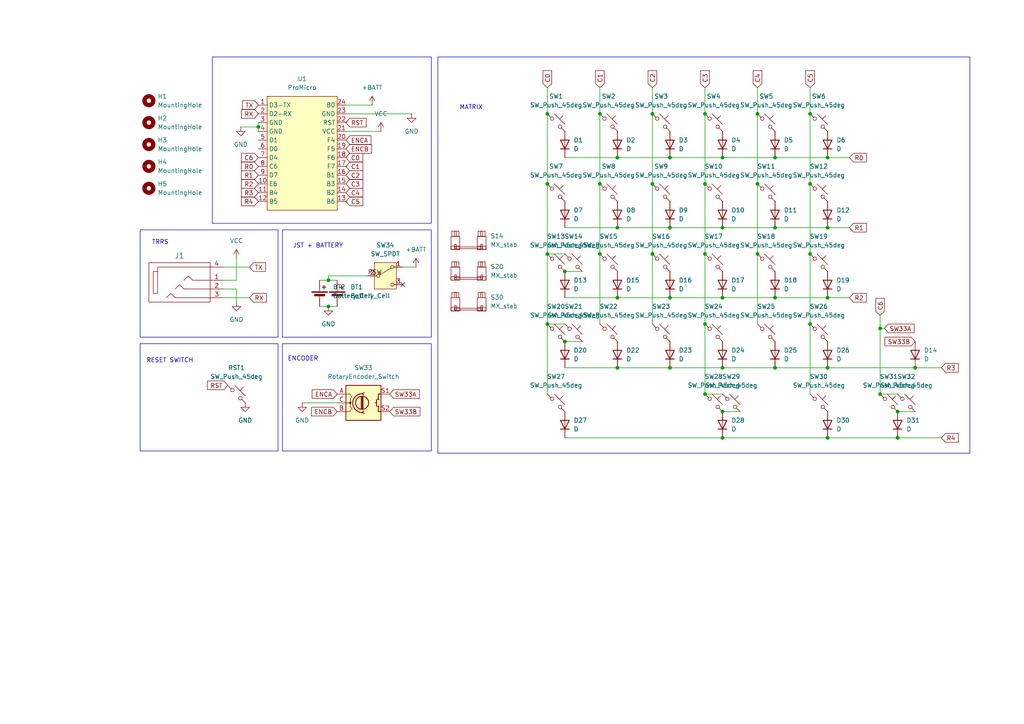
<source format=kicad_sch>
(kicad_sch (version 20231120) (generator "eeschema") (generator_version "8.0")
  (paper "A4")
  (lib_symbols
    (symbol "Device:Battery_Cell" (pin_numbers hide) (pin_names (offset 0) hide)
      (property "Reference" "BT" (at 2.54 2.54 0))
      (property "Value" "Battery_Cell" (at 2.54 0 0))
      (symbol "Battery_Cell_0_1"
        (rectangle (start -2.286 1.778) (end 2.286 1.524) (fill (type outline)))
        (rectangle (start -1.524 1.016) (end 1.524 0.508) (fill (type outline)))
        (polyline (pts (xy 0 0.762) (xy 0 0)))
        (polyline (pts (xy 0 1.778) (xy 0 2.54)))
        (polyline (pts (xy 0.762 3.048) (xy 1.778 3.048)) (stroke (width 0.254)))
        (polyline (pts (xy 1.27 3.556) (xy 1.27 2.54)) (stroke (width 0.254)))
      )
      (symbol "Battery_Cell_1_1"
        (pin passive line (at 0 5.08 270) (length 2.54) (name "+") (number "1"))
        (pin passive line (at 0 -2.54 90) (length 2.54) (name "-") (number "2"))
      )
    )
    (symbol "Device:D" (pin_numbers hide) (pin_names (offset 1.016) hide)
      (property "Reference" "D" (at 0 2.54 0))
      (property "Value" "D" (at 0 -2.54 0))
      (symbol "D_0_1"
        (polyline (pts (xy -1.27 1.27) (xy -1.27 -1.27)) (stroke (width 0.254)))
        (polyline (pts (xy 1.27 0) (xy -1.27 0)))
        (polyline (pts (xy 1.27 1.27) (xy 1.27 -1.27) (xy -1.27 0) (xy 1.27 1.27)) (stroke (width 0.254)))
      )
      (symbol "D_1_1"
        (pin passive line (at -3.81 0 0) (length 2.54) (name "K") (number "1"))
        (pin passive line (at 3.81 0 180) (length 2.54) (name "A") (number "2"))
      )
    )
    (symbol "Device:RotaryEncoder_Switch" (pin_names (offset 0.254) hide)
      (property "Reference" "SW" (at 0 6.604 0))
      (property "Value" "RotaryEncoder_Switch" (at 0 -6.604 0))
      (symbol "RotaryEncoder_Switch_0_1"
        (rectangle (start -5.08 5.08) (end 5.08 -5.08) (stroke (width 0.254)) (fill (type background)))
        (circle (center -3.81 0) (radius 0.254) (fill (type outline)))
        (circle (center -0.381 0) (radius 1.905) (stroke (width 0.254)))
        (arc (start -0.381 2.667) (mid -3.0988 -0.0635) (end -0.381 -2.794) (stroke (width 0.254)))
        (polyline (pts (xy -0.635 -1.778) (xy -0.635 1.778)) (stroke (width 0.254)))
        (polyline (pts (xy -0.381 -1.778) (xy -0.381 1.778)) (stroke (width 0.254)))
        (polyline (pts (xy -0.127 1.778) (xy -0.127 -1.778)) (stroke (width 0.254)))
        (polyline (pts (xy 3.81 0) (xy 3.429 0)) (stroke (width 0.254)))
        (polyline (pts (xy 3.81 1.016) (xy 3.81 -1.016)) (stroke (width 0.254)))
        (polyline (pts (xy -5.08 -2.54) (xy -3.81 -2.54) (xy -3.81 -2.032)))
        (polyline (pts (xy -5.08 2.54) (xy -3.81 2.54) (xy -3.81 2.032)))
        (polyline (pts (xy 0.254 -3.048) (xy -0.508 -2.794) (xy 0.127 -2.413)) (stroke (width 0.254)))
        (polyline (pts (xy 0.254 2.921) (xy -0.508 2.667) (xy 0.127 2.286)) (stroke (width 0.254)))
        (polyline (pts (xy 5.08 -2.54) (xy 4.318 -2.54) (xy 4.318 -1.016)) (stroke (width 0.254)))
        (polyline (pts (xy 5.08 2.54) (xy 4.318 2.54) (xy 4.318 1.016)) (stroke (width 0.254)))
        (polyline (pts (xy -5.08 0) (xy -3.81 0) (xy -3.81 -1.016) (xy -3.302 -2.032)))
        (polyline (pts (xy -4.318 0) (xy -3.81 0) (xy -3.81 1.016) (xy -3.302 2.032)))
        (circle (center 4.318 -1.016) (radius 0.127) (stroke (width 0.254)))
        (circle (center 4.318 1.016) (radius 0.127) (stroke (width 0.254)))
      )
      (symbol "RotaryEncoder_Switch_1_1"
        (pin passive line (at -7.62 2.54 0) (length 2.54) (name "A") (number "A"))
        (pin passive line (at -7.62 -2.54 0) (length 2.54) (name "B") (number "B"))
        (pin passive line (at -7.62 0 0) (length 2.54) (name "C") (number "C"))
        (pin passive line (at 7.62 2.54 180) (length 2.54) (name "S1") (number "S1"))
        (pin passive line (at 7.62 -2.54 180) (length 2.54) (name "S2") (number "S2"))
      )
    )
    (symbol "GHN:Arduino_ProMicro" (in_bom no)
      (property "Reference" "U1" (at 0 21.59 0))
      (property "Value" "ProMicro" (at 0 19.05 0))
      (symbol "Arduino_ProMicro_0_0"
        (pin bidirectional line (at -12.7 13.97 0) (length 2.54) (name "D3-TX") (number "1"))
        (pin bidirectional line (at -12.7 -8.89 0) (length 2.54) (name "E6") (number "10"))
        (pin bidirectional line (at -12.7 -11.43 0) (length 2.54) (name "B4") (number "11"))
        (pin bidirectional line (at -12.7 -13.97 0) (length 2.54) (name "B5") (number "12"))
        (pin bidirectional line (at -12.7 11.43 0) (length 2.54) (name "D2-RX") (number "2"))
        (pin power_out line (at -12.7 8.89 0) (length 2.54) (name "GND") (number "3"))
        (pin power_out line (at -12.7 6.35 0) (length 2.54) (name "GND") (number "4"))
        (pin bidirectional line (at -12.7 3.81 0) (length 2.54) (name "D1") (number "5"))
        (pin bidirectional line (at -12.7 1.27 0) (length 2.54) (name "D0") (number "6"))
        (pin bidirectional line (at -12.7 -1.27 0) (length 2.54) (name "D4") (number "7"))
        (pin bidirectional line (at -12.7 -3.81 0) (length 2.54) (name "C6") (number "8"))
        (pin bidirectional line (at -12.7 -6.35 0) (length 2.54) (name "D7") (number "9"))
      )
      (symbol "Arduino_ProMicro_1_0"
        (pin bidirectional line (at 12.7 -13.97 180) (length 2.54) (name "B6") (number "13"))
        (pin bidirectional line (at 12.7 -11.43 180) (length 2.54) (name "B2") (number "14"))
        (pin bidirectional line (at 12.7 -8.89 180) (length 2.54) (name "B3") (number "15"))
        (pin bidirectional line (at 12.7 -6.35 180) (length 2.54) (name "B1") (number "16"))
        (pin bidirectional line (at 12.7 -3.81 180) (length 2.54) (name "F7") (number "17"))
        (pin bidirectional line (at 12.7 -1.27 180) (length 2.54) (name "F6") (number "18"))
        (pin bidirectional line (at 12.7 1.27 180) (length 2.54) (name "F5") (number "19"))
        (pin bidirectional line (at 12.7 3.81 180) (length 2.54) (name "F4") (number "20"))
        (pin power_out line (at 12.7 6.35 180) (length 2.54) (name "VCC") (number "21"))
        (pin bidirectional line (at 12.7 8.89 180) (length 2.54) (name "RST") (number "22"))
        (pin power_out line (at 12.7 11.43 180) (length 2.54) (name "GND") (number "23"))
        (pin bidirectional line (at 12.7 13.97 180) (length 2.54) (name "B0") (number "24"))
      )
      (symbol "Arduino_ProMicro_1_1"
        (rectangle (start -10.16 16.51) (end 10.16 -16.51) (fill (type background)))
      )
    )
    (symbol "KLORlib:MJ-4PP-9 TRRS" (pin_names (offset 1.016))
      (property "Reference" "J1" (at -1.27 7.112 0))
      (symbol "MJ-4PP-9 TRRS_0_1"
        (rectangle (start -7.62 2.54) (end -8.89 -3.81))
        (polyline (pts (xy 2.54 0) (xy 7.62 0)))
        (polyline (pts (xy -2.54 -5.08) (xy 7.62 -5.08) (xy 7.62 -5.08)))
        (polyline (pts (xy 0 -2.54) (xy -1.27 -1.27) (xy -2.54 -2.54)))
        (polyline (pts (xy 0 0) (xy 1.27 1.27) (xy 2.54 0)))
        (polyline (pts (xy 7.62 3.81) (xy -7.62 3.81) (xy -7.62 2.54)))
        (polyline (pts (xy -2.54 -5.08) (xy -3.81 -3.81) (xy -5.08 -5.08) (xy -5.08 -5.08)))
        (polyline (pts (xy 0 -2.54) (xy 7.62 -2.54) (xy 7.62 -2.54) (xy 7.62 -2.54)))
        (rectangle (start 7.62 -6.35) (end -10.16 5.08))
      )
      (symbol "MJ-4PP-9 TRRS_1_1"
        (pin passive line (at 11.43 0 180) (length 3.81) (name "~") (number "1"))
        (pin passive line (at 11.43 -2.54 180) (length 3.81) (name "~") (number "2"))
        (pin passive line (at 11.43 -5.08 180) (length 3.81) (name "~") (number "3"))
        (pin passive line (at 11.43 3.81 180) (length 3.81) (name "~") (number "4"))
      )
    )
    (symbol "Mechanical:MountingHole" (pin_names (offset 1.016)) (exclude_from_sim yes) (in_bom no)
      (property "Reference" "H" (at 0 5.08 0))
      (property "Value" "MountingHole" (at 0 3.175 0))
      (symbol "MountingHole_0_1"
        (circle (center 0 0) (radius 1.27) (stroke (width 1.27)))
      )
    )
    (symbol "PCM_marbastlib-mx:MX_stab" (pin_names (offset 1.016))
      (property "Reference" "S" (at -5.08 6.35 0))
      (property "Value" "MX_stab" (at -5.08 3.81 0))
      (symbol "MX_stab_0_1"
        (rectangle (start -5.08 -1.524) (end -2.54 -2.54))
        (rectangle (start -5.08 1.27) (end -2.54 -2.54))
        (rectangle (start -4.826 2.794) (end -2.794 1.27))
        (rectangle (start -4.064 -2.286) (end -3.556 -1.016))
        (rectangle (start -4.064 -1.778) (end 4.064 -2.286))
        (rectangle (start -4.064 1.27) (end -3.556 2.794))
        (rectangle (start 2.54 -1.524) (end 5.08 -2.54))
        (rectangle (start 2.54 1.27) (end 5.08 -2.54))
        (rectangle (start 2.794 2.794) (end 4.826 1.27))
        (rectangle (start 3.556 1.27) (end 4.064 2.794))
        (rectangle (start 4.064 -2.286) (end 3.556 -1.016))
      )
    )
    (symbol "Switch:SW_Push_45deg" (pin_numbers hide) (pin_names (offset 1.016) hide)
      (property "Reference" "SW" (at 3.048 1.016 0))
      (property "Value" "SW_Push_45deg" (at 0 -3.81 0))
      (symbol "SW_Push_45deg_0_1"
        (circle (center -1.1684 1.1684) (radius 0.508))
        (polyline (pts (xy -0.508 2.54) (xy 2.54 -0.508)))
        (polyline (pts (xy 1.016 1.016) (xy 2.032 2.032)))
        (polyline (pts (xy -2.54 2.54) (xy -1.524 1.524) (xy -1.524 1.524)))
        (polyline (pts (xy 1.524 -1.524) (xy 2.54 -2.54) (xy 2.54 -2.54) (xy 2.54 -2.54)))
        (circle (center 1.143 -1.1938) (radius 0.508))
        (pin passive line (at -2.54 2.54 0) (length 0) (name "1") (number "1"))
        (pin passive line (at 2.54 -2.54 180) (length 0) (name "2") (number "2"))
      )
    )
    (symbol "Switch:SW_SPDT" (pin_names (offset 0) hide)
      (property "Reference" "SW" (at 0 5.08 0))
      (property "Value" "SW_SPDT" (at 0 -5.08 0))
      (symbol "SW_SPDT_0_1"
        (circle (center -2.032 0) (radius 0.4572))
        (polyline (pts (xy -1.651 0.254) (xy 1.651 2.286)))
        (circle (center 2.032 -2.54) (radius 0.4572))
        (circle (center 2.032 2.54) (radius 0.4572))
      )
      (symbol "SW_SPDT_1_1"
        (rectangle (start -3.175 3.81) (end 3.175 -3.81) (fill (type background)))
        (pin passive line (at 5.08 2.54 180) (length 2.54) (name "A") (number "1"))
        (pin passive line (at -5.08 0 0) (length 2.54) (name "B") (number "2"))
        (pin passive line (at 5.08 -2.54 180) (length 2.54) (name "C") (number "3"))
      )
    )
    (symbol "power:+BATT" (power) (pin_numbers hide) (pin_names (offset 0) hide)
      (property "Value" "+BATT" (at 0 3.556 0))
      (symbol "+BATT_0_1"
        (polyline (pts (xy -0.762 1.27) (xy 0 2.54)))
        (polyline (pts (xy 0 0) (xy 0 2.54)))
        (polyline (pts (xy 0 2.54) (xy 0.762 1.27)))
      )
      (symbol "+BATT_1_1"
        (pin power_in line (at 0 0 90) (length 0) (name "~") (number "1"))
      )
    )
    (symbol "power:GND" (power) (pin_numbers hide) (pin_names (offset 0) hide)
      (property "Value" "GND" (at 0 -3.81 0))
      (symbol "GND_0_1"
        (polyline (pts (xy 0 0) (xy 0 -1.27) (xy 1.27 -1.27) (xy 0 -2.54) (xy -1.27 -1.27) (xy 0 -1.27)))
      )
      (symbol "GND_1_1"
        (pin power_in line (at 0 0 270) (length 0) (name "~") (number "1"))
      )
    )
    (symbol "power:VCC" (power) (pin_numbers hide) (pin_names (offset 0) hide)
      (property "Value" "VCC" (at 0 3.556 0))
      (symbol "VCC_0_1"
        (polyline (pts (xy -0.762 1.27) (xy 0 2.54)))
        (polyline (pts (xy 0 0) (xy 0 2.54)))
        (polyline (pts (xy 0 2.54) (xy 0.762 1.27)))
      )
      (symbol "VCC_1_1"
        (pin power_in line (at 0 0 90) (length 0) (name "~") (number "1"))
      )
    )
  )
  (junction (at 204.47 73.66))
  (junction (at 224.79 66.04))
  (junction (at 209.55 45.72))
  (junction (at 219.71 53.34))
  (junction (at 240.03 127))
  (junction (at 260.35 127))
  (junction (at 194.31 106.68))
  (junction (at 240.03 86.36))
  (junction (at 173.99 53.34))
  (junction (at 194.31 66.04))
  (junction (at 95.25 88.9))
  (junction (at 240.03 66.04))
  (junction (at 234.95 53.34))
  (junction (at 204.47 93.98))
  (junction (at 209.55 106.68))
  (junction (at 179.07 106.68))
  (junction (at 224.79 86.36))
  (junction (at 179.07 86.36))
  (junction (at 224.79 106.68))
  (junction (at 240.03 45.72))
  (junction (at 189.23 73.66))
  (junction (at 219.71 33.02))
  (junction (at 158.75 73.66))
  (junction (at 219.71 73.66))
  (junction (at 163.83 78.74))
  (junction (at 255.27 95.25))
  (junction (at 209.55 127))
  (junction (at 209.55 66.04))
  (junction (at 204.47 53.34))
  (junction (at 240.03 106.68))
  (junction (at 204.47 33.02))
  (junction (at 224.79 45.72))
  (junction (at 173.99 33.02))
  (junction (at 158.75 53.34))
  (junction (at 173.99 73.66))
  (junction (at 265.43 106.68))
  (junction (at 189.23 33.02))
  (junction (at 74.93 36.83))
  (junction (at 209.55 86.36))
  (junction (at 163.83 99.06))
  (junction (at 204.47 114.3))
  (junction (at 179.07 45.72))
  (junction (at 234.95 93.98))
  (junction (at 209.55 119.38))
  (junction (at 189.23 53.34))
  (junction (at 194.31 45.72))
  (junction (at 179.07 66.04))
  (junction (at 234.95 73.66))
  (junction (at 158.75 33.02))
  (junction (at 234.95 33.02))
  (junction (at 260.35 119.38))
  (junction (at 95.25 81.28))
  (junction (at 194.31 86.36))
  (junction (at 158.75 93.98))
  (junction (at 255.27 114.3))
  (no_connect (at 116.84 82.55))
  (wire (pts (xy 224.79 86.36) (xy 240.03 86.36)))
  (wire (pts (xy 95.25 88.9) (xy 97.79 88.9)))
  (wire (pts (xy 219.71 73.66) (xy 219.71 93.98)))
  (wire (pts (xy 240.03 127) (xy 260.35 127)))
  (wire (pts (xy 224.79 45.72) (xy 240.03 45.72)))
  (wire (pts (xy 209.55 127) (xy 240.03 127)))
  (wire (pts (xy 194.31 86.36) (xy 209.55 86.36)))
  (wire (pts (xy 158.75 93.98) (xy 163.83 93.98)))
  (wire (pts (xy 255.27 91.44) (xy 255.27 95.25)))
  (wire (pts (xy 72.39 86.36) (xy 64.77 86.36)))
  (wire (pts (xy 158.75 33.02) (xy 158.75 53.34)))
  (wire (pts (xy 219.71 33.02) (xy 219.71 53.34)))
  (wire (pts (xy 163.83 106.68) (xy 179.07 106.68)))
  (wire (pts (xy 224.79 106.68) (xy 240.03 106.68)))
  (wire (pts (xy 209.55 86.36) (xy 224.79 86.36)))
  (wire (pts (xy 158.75 73.66) (xy 158.75 93.98)))
  (wire (pts (xy 240.03 45.72) (xy 246.38 45.72)))
  (wire (pts (xy 234.95 25.4) (xy 234.95 33.02)))
  (wire (pts (xy 240.03 86.36) (xy 246.38 86.36)))
  (wire (pts (xy 179.07 45.72) (xy 194.31 45.72)))
  (wire (pts (xy 158.75 93.98) (xy 158.75 114.3)))
  (wire (pts (xy 119.38 33.02) (xy 100.33 33.02)))
  (wire (pts (xy 64.77 83.82) (xy 68.58 83.82)))
  (wire (pts (xy 204.47 93.98) (xy 204.47 114.3)))
  (wire (pts (xy 158.75 73.66) (xy 163.83 73.66)))
  (wire (pts (xy 219.71 25.4) (xy 219.71 33.02)))
  (wire (pts (xy 64.77 81.28) (xy 68.58 81.28)))
  (wire (pts (xy 173.99 73.66) (xy 173.99 93.98)))
  (wire (pts (xy 92.71 81.28) (xy 95.25 81.28)))
  (wire (pts (xy 189.23 53.34) (xy 189.23 73.66)))
  (wire (pts (xy 179.07 106.68) (xy 194.31 106.68)))
  (wire (pts (xy 95.25 81.28) (xy 97.79 81.28)))
  (wire (pts (xy 260.35 119.38) (xy 265.43 119.38)))
  (wire (pts (xy 219.71 53.34) (xy 219.71 73.66)))
  (wire (pts (xy 204.47 73.66) (xy 204.47 93.98)))
  (wire (pts (xy 234.95 53.34) (xy 234.95 73.66)))
  (wire (pts (xy 260.35 127) (xy 273.05 127)))
  (wire (pts (xy 209.55 45.72) (xy 224.79 45.72)))
  (wire (pts (xy 224.79 66.04) (xy 240.03 66.04)))
  (wire (pts (xy 234.95 33.02) (xy 234.95 53.34)))
  (wire (pts (xy 194.31 66.04) (xy 209.55 66.04)))
  (wire (pts (xy 240.03 106.68) (xy 265.43 106.68)))
  (wire (pts (xy 209.55 119.38) (xy 214.63 119.38)))
  (wire (pts (xy 209.55 106.68) (xy 224.79 106.68)))
  (wire (pts (xy 158.75 53.34) (xy 158.75 73.66)))
  (wire (pts (xy 120.65 77.47) (xy 116.84 77.47)))
  (wire (pts (xy 163.83 45.72) (xy 179.07 45.72)))
  (wire (pts (xy 204.47 33.02) (xy 204.47 53.34)))
  (wire (pts (xy 163.83 78.74) (xy 168.91 78.74)))
  (wire (pts (xy 163.83 99.06) (xy 168.91 99.06)))
  (wire (pts (xy 256.54 95.25) (xy 255.27 95.25)))
  (wire (pts (xy 163.83 66.04) (xy 179.07 66.04)))
  (wire (pts (xy 72.39 77.47) (xy 64.77 77.47)))
  (wire (pts (xy 255.27 114.3) (xy 260.35 114.3)))
  (wire (pts (xy 107.95 30.48) (xy 100.33 30.48)))
  (wire (pts (xy 204.47 53.34) (xy 204.47 73.66)))
  (wire (pts (xy 240.03 66.04) (xy 246.38 66.04)))
  (wire (pts (xy 173.99 33.02) (xy 173.99 53.34)))
  (wire (pts (xy 68.58 81.28) (xy 68.58 74.93)))
  (wire (pts (xy 194.31 106.68) (xy 209.55 106.68)))
  (wire (pts (xy 189.23 25.4) (xy 189.23 33.02)))
  (wire (pts (xy 204.47 25.4) (xy 204.47 33.02)))
  (wire (pts (xy 68.58 83.82) (xy 68.58 87.63)))
  (wire (pts (xy 234.95 73.66) (xy 234.95 93.98)))
  (wire (pts (xy 163.83 86.36) (xy 179.07 86.36)))
  (wire (pts (xy 173.99 53.34) (xy 173.99 73.66)))
  (wire (pts (xy 194.31 45.72) (xy 209.55 45.72)))
  (wire (pts (xy 189.23 73.66) (xy 189.23 93.98)))
  (wire (pts (xy 74.93 36.83) (xy 74.93 38.1)))
  (wire (pts (xy 179.07 86.36) (xy 194.31 86.36)))
  (wire (pts (xy 74.93 35.56) (xy 74.93 36.83)))
  (wire (pts (xy 95.25 80.01) (xy 106.68 80.01)))
  (wire (pts (xy 110.49 38.1) (xy 100.33 38.1)))
  (wire (pts (xy 265.43 106.68) (xy 273.05 106.68)))
  (wire (pts (xy 234.95 93.98) (xy 234.95 114.3)))
  (wire (pts (xy 163.83 127) (xy 209.55 127)))
  (wire (pts (xy 87.63 116.84) (xy 97.79 116.84)))
  (wire (pts (xy 158.75 25.4) (xy 158.75 33.02)))
  (wire (pts (xy 173.99 25.4) (xy 173.99 33.02)))
  (wire (pts (xy 189.23 33.02) (xy 189.23 53.34)))
  (wire (pts (xy 209.55 66.04) (xy 224.79 66.04)))
  (wire (pts (xy 255.27 95.25) (xy 255.27 114.3)))
  (wire (pts (xy 69.85 36.83) (xy 74.93 36.83)))
  (wire (pts (xy 95.25 81.28) (xy 95.25 80.01)))
  (wire (pts (xy 204.47 114.3) (xy 209.55 114.3)))
  (wire (pts (xy 179.07 66.04) (xy 194.31 66.04)))
  (wire (pts (xy 92.71 88.9) (xy 95.25 88.9)))
  (rectangle (start 81.915 99.695) (end 125.095 130.81))
  (rectangle (start 81.915 66.675) (end 125.095 97.79))
  (rectangle (start 127 16.51) (end 281.305 131.445))
  (rectangle (start 61.595 16.51) (end 125.095 64.77))
  (rectangle (start 40.64 66.675) (end 80.645 97.79))
  (rectangle (start 40.64 99.695) (end 80.645 130.81))
  (text "TRRS" (at 46.482 70.358 0) (effects (font (size 1.27 1.27))))
  (text "RESET SWITCH\n" (at 49.276 104.648 0) (effects (font (size 1.27 1.27))))
  (text "JST + BATTERY\n" (at 92.202 71.374 0) (effects (font (size 1.27 1.27))))
  (text "MATRIX\n" (at 136.652 31.242 0) (effects (font (size 1.27 1.27))))
  (text "ENCODER\n" (at 87.884 104.14 0) (effects (font (size 1.27 1.27))))
  (label "PSW" (at 106.68 80.01 0))
  (global_label "R4" (shape input) (at 74.93 58.42 180) (property "Intersheetrefs" "${INTERSHEET_REFS}" (effects (hide yes))))
  (global_label "C0" (shape input) (at 158.75 25.4 90) (property "Intersheetrefs" "${INTERSHEET_REFS}" (effects (hide yes))))
  (global_label "C6" (shape input) (at 255.27 91.44 90) (property "Intersheetrefs" "${INTERSHEET_REFS}" (effects (hide yes))))
  (global_label "C3" (shape input) (at 100.33 53.34 0) (property "Intersheetrefs" "${INTERSHEET_REFS}" (effects (hide yes))))
  (global_label "SW33A" (shape input) (at 113.03 114.3 0) (property "Intersheetrefs" "${INTERSHEET_REFS}" (effects (hide yes))))
  (global_label "R2" (shape input) (at 74.93 53.34 180) (property "Intersheetrefs" "${INTERSHEET_REFS}" (effects (hide yes))))
  (global_label "C4" (shape input) (at 219.71 25.4 90) (property "Intersheetrefs" "${INTERSHEET_REFS}" (effects (hide yes))))
  (global_label "SW33A" (shape input) (at 256.54 95.25 0) (property "Intersheetrefs" "${INTERSHEET_REFS}" (effects (hide yes))))
  (global_label "C6" (shape input) (at 74.93 45.72 180) (property "Intersheetrefs" "${INTERSHEET_REFS}" (effects (hide yes))))
  (global_label "ENCA" (shape input) (at 97.79 114.3 180) (property "Intersheetrefs" "${INTERSHEET_REFS}" (effects (hide yes))))
  (global_label "RST" (shape input) (at 100.33 35.56 0) (property "Intersheetrefs" "${INTERSHEET_REFS}" (effects (hide yes))))
  (global_label "R4" (shape input) (at 273.05 127 0) (property "Intersheetrefs" "${INTERSHEET_REFS}" (effects (hide yes))))
  (global_label "RST" (shape input) (at 66.04 111.76 180) (property "Intersheetrefs" "${INTERSHEET_REFS}" (effects (hide yes))))
  (global_label "TX" (shape input) (at 72.39 77.47 0) (property "Intersheetrefs" "${INTERSHEET_REFS}" (effects (hide yes))))
  (global_label "SW33B" (shape input) (at 113.03 119.38 0) (property "Intersheetrefs" "${INTERSHEET_REFS}" (effects (hide yes))))
  (global_label "C4" (shape input) (at 100.33 55.88 0) (property "Intersheetrefs" "${INTERSHEET_REFS}" (effects (hide yes))))
  (global_label "C3" (shape input) (at 204.47 25.4 90) (property "Intersheetrefs" "${INTERSHEET_REFS}" (effects (hide yes))))
  (global_label "R0" (shape input) (at 74.93 48.26 180) (property "Intersheetrefs" "${INTERSHEET_REFS}" (effects (hide yes))))
  (global_label "C1" (shape input) (at 173.99 25.4 90) (property "Intersheetrefs" "${INTERSHEET_REFS}" (effects (hide yes))))
  (global_label "C5" (shape input) (at 234.95 25.4 90) (property "Intersheetrefs" "${INTERSHEET_REFS}" (effects (hide yes))))
  (global_label "C5" (shape input) (at 100.33 58.42 0) (property "Intersheetrefs" "${INTERSHEET_REFS}" (effects (hide yes))))
  (global_label "R1" (shape input) (at 74.93 50.8 180) (property "Intersheetrefs" "${INTERSHEET_REFS}" (effects (hide yes))))
  (global_label "ENCA" (shape input) (at 100.33 40.64 0) (property "Intersheetrefs" "${INTERSHEET_REFS}" (effects (hide yes))))
  (global_label "SW33B" (shape input) (at 265.43 99.06 180) (property "Intersheetrefs" "${INTERSHEET_REFS}" (effects (hide yes))))
  (global_label "R1" (shape input) (at 246.38 66.04 0) (property "Intersheetrefs" "${INTERSHEET_REFS}" (effects (hide yes))))
  (global_label "C2" (shape input) (at 189.23 25.4 90) (property "Intersheetrefs" "${INTERSHEET_REFS}" (effects (hide yes))))
  (global_label "C2" (shape input) (at 100.33 50.8 0) (property "Intersheetrefs" "${INTERSHEET_REFS}" (effects (hide yes))))
  (global_label "C1" (shape input) (at 100.33 48.26 0) (property "Intersheetrefs" "${INTERSHEET_REFS}" (effects (hide yes))))
  (global_label "C0" (shape input) (at 100.33 45.72 0) (property "Intersheetrefs" "${INTERSHEET_REFS}" (effects (hide yes))))
  (global_label "ENCB" (shape input) (at 97.79 119.38 180) (property "Intersheetrefs" "${INTERSHEET_REFS}" (effects (hide yes))))
  (global_label "R2" (shape input) (at 246.38 86.36 0) (property "Intersheetrefs" "${INTERSHEET_REFS}" (effects (hide yes))))
  (global_label "RX" (shape input) (at 72.39 86.36 0) (property "Intersheetrefs" "${INTERSHEET_REFS}" (effects (hide yes))))
  (global_label "R0" (shape input) (at 246.38 45.72 0) (property "Intersheetrefs" "${INTERSHEET_REFS}" (effects (hide yes))))
  (global_label "RX" (shape input) (at 74.93 33.02 180) (property "Intersheetrefs" "${INTERSHEET_REFS}" (effects (hide yes))))
  (global_label "R3" (shape input) (at 74.93 55.88 180) (property "Intersheetrefs" "${INTERSHEET_REFS}" (effects (hide yes))))
  (global_label "TX" (shape input) (at 74.93 30.48 180) (property "Intersheetrefs" "${INTERSHEET_REFS}" (effects (hide yes))))
  (global_label "ENCB" (shape input) (at 100.33 43.18 0) (property "Intersheetrefs" "${INTERSHEET_REFS}" (effects (hide yes))))
  (global_label "R3" (shape input) (at 273.05 106.68 0) (property "Intersheetrefs" "${INTERSHEET_REFS}" (effects (hide yes))))
  (symbol (lib_id "Switch:SW_Push_45deg") (at 176.53 35.56 0) (unit 1)
    (property "Reference" "SW2" (at 176.53 27.94 0))
    (property "Value" "SW_Push_45deg" (at 176.53 30.48 0))
    (property "Footprint" "GHN:MX Rev 1U" (effects (hide yes)))
    (property "Description" "Push button switch, normally open, two pins, 45° tilted" (effects (hide yes)))
  )
  (symbol (lib_id "Switch:SW_Push_45deg") (at 212.09 116.84 0) (unit 1)
    (property "Reference" "SW29" (at 212.09 109.22 0))
    (property "Value" "SW_Push_45deg" (at 212.09 111.76 0))
    (property "Footprint" "GHN:MX 1U" (effects (hide yes)))
    (property "Description" "Push button switch, normally open, two pins, 45° tilted" (effects (hide yes)))
  )
  (symbol (lib_id "Switch:SW_Push_45deg") (at 161.29 116.84 0) (unit 1)
    (property "Reference" "SW27" (at 161.29 109.22 0))
    (property "Value" "SW_Push_45deg" (at 161.29 111.76 0))
    (property "Footprint" "GHN:MX Rev 1.5U" (effects (hide yes)))
    (property "Description" "Push button switch, normally open, two pins, 45° tilted" (effects (hide yes)))
  )
  (symbol (lib_id "Device:D") (at 179.07 62.23 90) (unit 1)
    (property "Reference" "D8" (at 181.61 60.9599 90) (effects (justify right)))
    (property "Value" "D" (at 181.61 63.4999 90) (effects (justify right)))
    (property "Footprint" "GHN:Diode_SOD123" (effects (hide yes)))
    (property "Description" "Diode" (effects (hide yes)))
    (property "Sim.Device" "D" (effects (hide yes)))
    (property "Sim.Pins" "1=K 2=A" (effects (hide yes)))
  )
  (symbol (lib_id "Switch:SW_Push_45deg") (at 207.01 76.2 0) (unit 1)
    (property "Reference" "SW17" (at 207.01 68.58 0))
    (property "Value" "SW_Push_45deg" (at 207.01 71.12 0))
    (property "Footprint" "GHN:MX Rev 1U" (effects (hide yes)))
    (property "Description" "Push button switch, normally open, two pins, 45° tilted" (effects (hide yes)))
  )
  (symbol (lib_id "Device:D") (at 240.03 82.55 90) (unit 1)
    (property "Reference" "D19" (at 242.57 81.2799 90) (effects (justify right)))
    (property "Value" "D" (at 242.57 83.8199 90) (effects (justify right)))
    (property "Footprint" "GHN:Diode_SOD123" (effects (hide yes)))
    (property "Description" "Diode" (effects (hide yes)))
    (property "Sim.Device" "D" (effects (hide yes)))
    (property "Sim.Pins" "1=K 2=A" (effects (hide yes)))
  )
  (symbol (lib_id "Mechanical:MountingHole") (at 43.18 29.21 0) (unit 1) (exclude_from_sim yes) (in_bom no)
    (property "Reference" "H1" (at 45.72 27.9399 0) (effects (justify left)))
    (property "Value" "MountingHole" (at 45.72 30.4799 0) (effects (justify left)))
    (property "Footprint" "MountingHole:MountingHole_3.2mm_M3" (effects (hide yes)))
    (property "Description" "Mounting Hole without connection" (effects (hide yes)))
  )
  (symbol (lib_id "Device:D") (at 209.55 41.91 90) (unit 1)
    (property "Reference" "D4" (at 212.09 40.6399 90) (effects (justify right)))
    (property "Value" "D" (at 212.09 43.1799 90) (effects (justify right)))
    (property "Footprint" "GHN:Diode_SOD123" (effects (hide yes)))
    (property "Description" "Diode" (effects (hide yes)))
    (property "Sim.Device" "D" (effects (hide yes)))
    (property "Sim.Pins" "1=K 2=A" (effects (hide yes)))
  )
  (symbol (lib_id "Switch:SW_Push_45deg") (at 237.49 96.52 0) (unit 1)
    (property "Reference" "SW26" (at 237.49 88.9 0))
    (property "Value" "SW_Push_45deg" (at 237.49 91.44 0))
    (property "Footprint" "GHN:MX Rev 1U" (effects (hide yes)))
    (property "Description" "Push button switch, normally open, two pins, 45° tilted" (effects (hide yes)))
  )
  (symbol (lib_id "Mechanical:MountingHole") (at 43.18 54.61 0) (unit 1) (exclude_from_sim yes) (in_bom no)
    (property "Reference" "H5" (at 45.72 53.3399 0) (effects (justify left)))
    (property "Value" "MountingHole" (at 45.72 55.8799 0) (effects (justify left)))
    (property "Footprint" "MountingHole:MountingHole_3.2mm_M3" (effects (hide yes)))
    (property "Description" "Mounting Hole without connection" (effects (hide yes)))
  )
  (symbol (lib_id "Device:RotaryEncoder_Switch") (at 105.41 116.84 0) (unit 1)
    (property "Reference" "SW33" (at 105.41 106.68 0))
    (property "Value" "RotaryEncoder_Switch" (at 105.41 109.22 0))
    (property "Footprint" "GHN:RotaryEncoder_Alps_EC11E-Switch_Vertical_H20mm-keebio_modified" (effects (hide yes)))
    (property "Description" "Rotary encoder, dual channel, incremental quadrate outputs, with switch" (effects (hide yes)))
  )
  (symbol (lib_id "Device:D") (at 194.31 102.87 90) (unit 1)
    (property "Reference" "D23" (at 196.85 101.5999 90) (effects (justify right)))
    (property "Value" "D" (at 196.85 104.1399 90) (effects (justify right)))
    (property "Footprint" "GHN:Diode_SOD123" (effects (hide yes)))
    (property "Description" "Diode" (effects (hide yes)))
    (property "Sim.Device" "D" (effects (hide yes)))
    (property "Sim.Pins" "1=K 2=A" (effects (hide yes)))
  )
  (symbol (lib_id "Device:D") (at 163.83 123.19 90) (unit 1)
    (property "Reference" "D27" (at 166.37 121.9199 90) (effects (justify right)))
    (property "Value" "D" (at 166.37 124.4599 90) (effects (justify right)))
    (property "Footprint" "GHN:Diode_SOD123" (effects (hide yes)))
    (property "Description" "Diode" (effects (hide yes)))
    (property "Sim.Device" "D" (effects (hide yes)))
    (property "Sim.Pins" "1=K 2=A" (effects (hide yes)))
  )
  (symbol (lib_id "Device:D") (at 179.07 41.91 90) (unit 1)
    (property "Reference" "D2" (at 181.61 40.6399 90) (effects (justify right)))
    (property "Value" "D" (at 181.61 43.1799 90) (effects (justify right)))
    (property "Footprint" "GHN:Diode_SOD123" (effects (hide yes)))
    (property "Description" "Diode" (effects (hide yes)))
    (property "Sim.Device" "D" (effects (hide yes)))
    (property "Sim.Pins" "1=K 2=A" (effects (hide yes)))
  )
  (symbol (lib_id "Switch:SW_Push_45deg") (at 257.81 116.84 0) (unit 1)
    (property "Reference" "SW31" (at 257.81 109.22 0))
    (property "Value" "SW_Push_45deg" (at 257.81 111.76 0))
    (property "Footprint" "GHN:MX 1.25U" (effects (hide yes)))
    (property "Description" "Push button switch, normally open, two pins, 45° tilted" (effects (hide yes)))
  )
  (symbol (lib_id "power:+BATT") (at 120.65 77.47 0) (unit 1)
    (property "Reference" "#PWR05" (effects (hide yes)))
    (property "Value" "+BATT" (at 120.65 72.39 0))
    (property "Description" "Power symbol creates a global label with name \"+BATT\"" (effects (hide yes)))
  )
  (symbol (lib_id "Device:D") (at 209.55 62.23 90) (unit 1)
    (property "Reference" "D10" (at 212.09 60.9599 90) (effects (justify right)))
    (property "Value" "D" (at 212.09 63.4999 90) (effects (justify right)))
    (property "Footprint" "GHN:Diode_SOD123" (effects (hide yes)))
    (property "Description" "Diode" (effects (hide yes)))
    (property "Sim.Device" "D" (effects (hide yes)))
    (property "Sim.Pins" "1=K 2=A" (effects (hide yes)))
  )
  (symbol (lib_id "power:GND") (at 68.58 87.63 0) (unit 1)
    (property "Reference" "#PWR09" (effects (hide yes)))
    (property "Value" "GND" (at 68.58 92.71 0))
    (property "Description" "Power symbol creates a global label with name \"GND\" , ground" (effects (hide yes)))
  )
  (symbol (lib_id "Device:D") (at 209.55 82.55 90) (unit 1)
    (property "Reference" "D17" (at 212.09 81.2799 90) (effects (justify right)))
    (property "Value" "D" (at 212.09 83.8199 90) (effects (justify right)))
    (property "Footprint" "GHN:Diode_SOD123" (effects (hide yes)))
    (property "Description" "Diode" (effects (hide yes)))
    (property "Sim.Device" "D" (effects (hide yes)))
    (property "Sim.Pins" "1=K 2=A" (effects (hide yes)))
  )
  (symbol (lib_id "Switch:SW_Push_45deg") (at 161.29 55.88 0) (unit 1)
    (property "Reference" "SW7" (at 161.29 48.26 0))
    (property "Value" "SW_Push_45deg" (at 161.29 50.8 0))
    (property "Footprint" "GHN:MX Rev 1.5U" (effects (hide yes)))
    (property "Description" "Push button switch, normally open, two pins, 45° tilted" (effects (hide yes)))
  )
  (symbol (lib_id "Switch:SW_Push_45deg") (at 191.77 35.56 0) (unit 1)
    (property "Reference" "SW3" (at 191.77 27.94 0))
    (property "Value" "SW_Push_45deg" (at 191.77 30.48 0))
    (property "Footprint" "GHN:MX Rev 1U" (effects (hide yes)))
    (property "Description" "Push button switch, normally open, two pins, 45° tilted" (effects (hide yes)))
  )
  (symbol (lib_id "Device:D") (at 209.55 102.87 90) (unit 1)
    (property "Reference" "D24" (at 212.09 101.5999 90) (effects (justify right)))
    (property "Value" "D" (at 212.09 104.1399 90) (effects (justify right)))
    (property "Footprint" "GHN:Diode_SOD123" (effects (hide yes)))
    (property "Description" "Diode" (effects (hide yes)))
    (property "Sim.Device" "D" (effects (hide yes)))
    (property "Sim.Pins" "1=K 2=A" (effects (hide yes)))
  )
  (symbol (lib_id "power:VCC") (at 110.49 38.1 0) (unit 1)
    (property "Reference" "#PWR011" (effects (hide yes)))
    (property "Value" "VCC" (at 110.49 33.02 0))
    (property "Description" "Power symbol creates a global label with name \"VCC\"" (effects (hide yes)))
  )
  (symbol (lib_id "Switch:SW_Push_45deg") (at 222.25 96.52 0) (unit 1)
    (property "Reference" "SW25" (at 222.25 88.9 0))
    (property "Value" "SW_Push_45deg" (at 222.25 91.44 0))
    (property "Footprint" "GHN:MX Rev 1U" (effects (hide yes)))
    (property "Description" "Push button switch, normally open, two pins, 45° tilted" (effects (hide yes)))
  )
  (symbol (lib_id "Device:D") (at 194.31 41.91 90) (unit 1)
    (property "Reference" "D3" (at 196.85 40.6399 90) (effects (justify right)))
    (property "Value" "D" (at 196.85 43.1799 90) (effects (justify right)))
    (property "Footprint" "GHN:Diode_SOD123" (effects (hide yes)))
    (property "Description" "Diode" (effects (hide yes)))
    (property "Sim.Device" "D" (effects (hide yes)))
    (property "Sim.Pins" "1=K 2=A" (effects (hide yes)))
  )
  (symbol (lib_id "power:GND") (at 119.38 33.02 0) (unit 1)
    (property "Reference" "#PWR01" (effects (hide yes)))
    (property "Value" "GND" (at 119.38 38.1 0))
    (property "Description" "Power symbol creates a global label with name \"GND\" , ground" (effects (hide yes)))
  )
  (symbol (lib_id "KLORlib:MJ-4PP-9 TRRS") (at 53.34 81.28 0) (unit 1)
    (property "Reference" "J1" (at 52.07 74.168 0) (effects (font (size 1.524 1.524))))
    (property "Value" "MJ-4PP-9" (effects (hide yes)))
    (property "Footprint" "GHN:MJ-4PP-9" (effects (hide yes)))
  )
  (symbol (lib_id "Switch:SW_Push_45deg") (at 191.77 96.52 0) (unit 1)
    (property "Reference" "SW23" (at 191.77 88.9 0))
    (property "Value" "SW_Push_45deg" (at 191.77 91.44 0))
    (property "Footprint" "GHN:MX Rev 1U" (effects (hide yes)))
    (property "Description" "Push button switch, normally open, two pins, 45° tilted" (effects (hide yes)))
  )
  (symbol (lib_id "Switch:SW_Push_45deg") (at 237.49 76.2 0) (unit 1)
    (property "Reference" "SW19" (at 237.49 68.58 0))
    (property "Value" "SW_Push_45deg" (at 237.49 71.12 0))
    (property "Footprint" "GHN:MX Rev 1U" (effects (hide yes)))
    (property "Description" "Push button switch, normally open, two pins, 45° tilted" (effects (hide yes)))
  )
  (symbol (lib_id "Device:D") (at 224.79 82.55 90) (unit 1)
    (property "Reference" "D18" (at 227.33 81.2799 90) (effects (justify right)))
    (property "Value" "D" (at 227.33 83.8199 90) (effects (justify right)))
    (property "Footprint" "GHN:Diode_SOD123" (effects (hide yes)))
    (property "Description" "Diode" (effects (hide yes)))
    (property "Sim.Device" "D" (effects (hide yes)))
    (property "Sim.Pins" "1=K 2=A" (effects (hide yes)))
  )
  (symbol (lib_id "Device:D") (at 179.07 82.55 90) (unit 1)
    (property "Reference" "D15" (at 181.61 81.2799 90) (effects (justify right)))
    (property "Value" "D" (at 181.61 83.8199 90) (effects (justify right)))
    (property "Footprint" "GHN:Diode_SOD123" (effects (hide yes)))
    (property "Description" "Diode" (effects (hide yes)))
    (property "Sim.Device" "D" (effects (hide yes)))
    (property "Sim.Pins" "1=K 2=A" (effects (hide yes)))
  )
  (symbol (lib_id "Switch:SW_SPDT") (at 111.76 80.01 0) (unit 1)
    (property "Reference" "SW34" (at 111.76 71.12 0))
    (property "Value" "SW_SPDT" (at 111.76 73.66 0))
    (property "Footprint" "GHN:MSK12C02_reversible" (effects (hide yes)))
    (property "Description" "Switch, single pole double throw" (effects (hide yes)))
  )
  (symbol (lib_id "power:+BATT") (at 107.95 30.48 0) (unit 1)
    (property "Reference" "#PWR07" (effects (hide yes)))
    (property "Value" "+BATT" (at 107.95 25.4 0))
    (property "Description" "Power symbol creates a global label with name \"+BATT\"" (effects (hide yes)))
  )
  (symbol (lib_id "Device:D") (at 194.31 62.23 90) (unit 1)
    (property "Reference" "D9" (at 196.85 60.9599 90) (effects (justify right)))
    (property "Value" "D" (at 196.85 63.4999 90) (effects (justify right)))
    (property "Footprint" "GHN:Diode_SOD123" (effects (hide yes)))
    (property "Description" "Diode" (effects (hide yes)))
    (property "Sim.Device" "D" (effects (hide yes)))
    (property "Sim.Pins" "1=K 2=A" (effects (hide yes)))
  )
  (symbol (lib_id "Switch:SW_Push_45deg") (at 207.01 116.84 0) (unit 1)
    (property "Reference" "SW28" (at 207.01 109.22 0))
    (property "Value" "SW_Push_45deg" (at 207.01 111.76 0))
    (property "Footprint" "GHN:MX 1.25U" (effects (hide yes)))
    (property "Description" "Push button switch, normally open, two pins, 45° tilted" (effects (hide yes)))
  )
  (symbol (lib_id "PCM_marbastlib-mx:MX_stab") (at 135.89 69.85 0) (unit 1)
    (property "Reference" "S14" (at 142.24 68.4529 0) (effects (justify left)))
    (property "Value" "MX_stab" (at 142.24 70.9929 0) (effects (justify left)))
    (property "Footprint" "PCM_marbastlib-mx:STAB_MX_2.25u" (effects (hide yes)))
    (property "Description" "Cherry MX-style stabilizer" (effects (hide yes)))
  )
  (symbol (lib_id "Device:D") (at 179.07 102.87 90) (unit 1)
    (property "Reference" "D22" (at 181.61 101.5999 90) (effects (justify right)))
    (property "Value" "D" (at 181.61 104.1399 90) (effects (justify right)))
    (property "Footprint" "GHN:Diode_SOD123" (effects (hide yes)))
    (property "Description" "Diode" (effects (hide yes)))
    (property "Sim.Device" "D" (effects (hide yes)))
    (property "Sim.Pins" "1=K 2=A" (effects (hide yes)))
  )
  (symbol (lib_id "Switch:SW_Push_45deg") (at 191.77 76.2 0) (unit 1)
    (property "Reference" "SW16" (at 191.77 68.58 0))
    (property "Value" "SW_Push_45deg" (at 191.77 71.12 0))
    (property "Footprint" "GHN:MX Rev 1U" (effects (hide yes)))
    (property "Description" "Push button switch, normally open, two pins, 45° tilted" (effects (hide yes)))
  )
  (symbol (lib_id "Device:Battery_Cell") (at 92.71 86.36 0) (unit 1)
    (property "Reference" "BT2" (at 96.52 83.2484 0) (effects (justify left)))
    (property "Value" "Battery_Cell" (at 96.52 85.7884 0) (effects (justify left)))
    (property "Footprint" "GHN:custombatteryconnector_small" (effects (hide yes)))
    (property "Description" "Single-cell battery" (effects (hide yes)))
  )
  (symbol (lib_id "Switch:SW_Push_45deg") (at 166.37 96.52 0) (unit 1)
    (property "Reference" "SW21" (at 166.37 88.9 0))
    (property "Value" "SW_Push_45deg" (at 166.37 91.44 0))
    (property "Footprint" "GHN:MX 1.75U" (effects (hide yes)))
    (property "Description" "Push button switch, normally open, two pins, 45° tilted" (effects (hide yes)))
  )
  (symbol (lib_id "Device:D") (at 194.31 82.55 90) (unit 1)
    (property "Reference" "D16" (at 196.85 81.2799 90) (effects (justify right)))
    (property "Value" "D" (at 196.85 83.8199 90) (effects (justify right)))
    (property "Footprint" "GHN:Diode_SOD123" (effects (hide yes)))
    (property "Description" "Diode" (effects (hide yes)))
    (property "Sim.Device" "D" (effects (hide yes)))
    (property "Sim.Pins" "1=K 2=A" (effects (hide yes)))
  )
  (symbol (lib_id "power:GND") (at 95.25 88.9 0) (unit 1)
    (property "Reference" "#PWR06" (effects (hide yes)))
    (property "Value" "GND" (at 95.25 93.98 0))
    (property "Description" "Power symbol creates a global label with name \"GND\" , ground" (effects (hide yes)))
  )
  (symbol (lib_id "Mechanical:MountingHole") (at 43.18 35.56 0) (unit 1) (exclude_from_sim yes) (in_bom no)
    (property "Reference" "H2" (at 45.72 34.2899 0) (effects (justify left)))
    (property "Value" "MountingHole" (at 45.72 36.8299 0) (effects (justify left)))
    (property "Footprint" "MountingHole:MountingHole_3.2mm_M3" (effects (hide yes)))
    (property "Description" "Mounting Hole without connection" (effects (hide yes)))
  )
  (symbol (lib_id "PCM_marbastlib-mx:MX_stab") (at 135.89 87.63 0) (unit 1)
    (property "Reference" "S30" (at 142.24 86.2329 0) (effects (justify left)))
    (property "Value" "MX_stab" (at 142.24 88.7729 0) (effects (justify left)))
    (property "Footprint" "PCM_marbastlib-mx:STAB_MX_2.25u" (effects (hide yes)))
    (property "Description" "Cherry MX-style stabilizer" (effects (hide yes)))
  )
  (symbol (lib_id "Device:D") (at 260.35 123.19 90) (unit 1)
    (property "Reference" "D31" (at 262.89 121.9199 90) (effects (justify right)))
    (property "Value" "D" (at 262.89 124.4599 90) (effects (justify right)))
    (property "Footprint" "GHN:Diode_SOD123" (effects (hide yes)))
    (property "Description" "Diode" (effects (hide yes)))
    (property "Sim.Device" "D" (effects (hide yes)))
    (property "Sim.Pins" "1=K 2=A" (effects (hide yes)))
  )
  (symbol (lib_id "GHN:Arduino_ProMicro") (at 87.63 44.45 0) (unit 1) (in_bom no)
    (property "Reference" "U1" (at 87.63 22.86 0))
    (property "Value" "ProMicro" (at 87.63 25.4 0))
    (property "Footprint" "GHN:ProMicro_facedown_bigger_holes" (effects (hide yes)))
  )
  (symbol (lib_id "Device:D") (at 240.03 41.91 90) (unit 1)
    (property "Reference" "D6" (at 242.57 40.6399 90) (effects (justify right)))
    (property "Value" "D" (at 242.57 43.1799 90) (effects (justify right)))
    (property "Footprint" "GHN:Diode_SOD123" (effects (hide yes)))
    (property "Description" "Diode" (effects (hide yes)))
    (property "Sim.Device" "D" (effects (hide yes)))
    (property "Sim.Pins" "1=K 2=A" (effects (hide yes)))
  )
  (symbol (lib_id "Switch:SW_Push_45deg") (at 176.53 96.52 0) (unit 1)
    (property "Reference" "SW22" (at 176.53 88.9 0))
    (property "Value" "SW_Push_45deg" (at 176.53 91.44 0))
    (property "Footprint" "GHN:MX Rev 1U" (effects (hide yes)))
    (property "Description" "Push button switch, normally open, two pins, 45° tilted" (effects (hide yes)))
  )
  (symbol (lib_id "Device:D") (at 163.83 41.91 90) (unit 1)
    (property "Reference" "D1" (at 166.37 40.6399 90) (effects (justify right)))
    (property "Value" "D" (at 166.37 43.1799 90) (effects (justify right)))
    (property "Footprint" "GHN:Diode_SOD123" (effects (hide yes)))
    (property "Description" "Diode" (effects (hide yes)))
    (property "Sim.Device" "D" (effects (hide yes)))
    (property "Sim.Pins" "1=K 2=A" (effects (hide yes)))
  )
  (symbol (lib_id "Switch:SW_Push_45deg") (at 207.01 96.52 0) (unit 1)
    (property "Reference" "SW24" (at 207.01 88.9 0))
    (property "Value" "SW_Push_45deg" (at 207.01 91.44 0))
    (property "Footprint" "GHN:MX Rev 1U" (effects (hide yes)))
    (property "Description" "Push button switch, normally open, two pins, 45° tilted" (effects (hide yes)))
  )
  (symbol (lib_id "Switch:SW_Push_45deg") (at 262.89 116.84 0) (unit 1)
    (property "Reference" "SW32" (at 262.89 109.22 0))
    (property "Value" "SW_Push_45deg" (at 262.89 111.76 0))
    (property "Footprint" "GHN:MX 1U" (effects (hide yes)))
    (property "Description" "Push button switch, normally open, two pins, 45° tilted" (effects (hide yes)))
  )
  (symbol (lib_id "power:GND") (at 71.12 116.84 0) (unit 1)
    (property "Reference" "#PWR03" (effects (hide yes)))
    (property "Value" "GND" (at 71.12 121.92 0))
    (property "Description" "Power symbol creates a global label with name \"GND\" , ground" (effects (hide yes)))
  )
  (symbol (lib_id "Device:D") (at 240.03 123.19 90) (unit 1)
    (property "Reference" "D30" (at 242.57 121.9199 90) (effects (justify right)))
    (property "Value" "D" (at 242.57 124.4599 90) (effects (justify right)))
    (property "Footprint" "GHN:Diode_SOD123" (effects (hide yes)))
    (property "Description" "Diode" (effects (hide yes)))
    (property "Sim.Device" "D" (effects (hide yes)))
    (property "Sim.Pins" "1=K 2=A" (effects (hide yes)))
  )
  (symbol (lib_id "Device:D") (at 224.79 102.87 90) (unit 1)
    (property "Reference" "D25" (at 227.33 101.5999 90) (effects (justify right)))
    (property "Value" "D" (at 227.33 104.1399 90) (effects (justify right)))
    (property "Footprint" "GHN:Diode_SOD123" (effects (hide yes)))
    (property "Description" "Diode" (effects (hide yes)))
    (property "Sim.Device" "D" (effects (hide yes)))
    (property "Sim.Pins" "1=K 2=A" (effects (hide yes)))
  )
  (symbol (lib_id "Switch:SW_Push_45deg") (at 161.29 76.2 0) (unit 1)
    (property "Reference" "SW13" (at 161.29 68.58 0))
    (property "Value" "SW_Push_45deg" (at 161.29 71.12 0))
    (property "Footprint" "GHN:MX 1.75 STP 1.25" (effects (hide yes)))
    (property "Description" "Push button switch, normally open, two pins, 45° tilted" (effects (hide yes)))
  )
  (symbol (lib_id "Device:D") (at 240.03 62.23 90) (unit 1)
    (property "Reference" "D12" (at 242.57 60.9599 90) (effects (justify right)))
    (property "Value" "D" (at 242.57 63.4999 90) (effects (justify right)))
    (property "Footprint" "GHN:Diode_SOD123" (effects (hide yes)))
    (property "Description" "Diode" (effects (hide yes)))
    (property "Sim.Device" "D" (effects (hide yes)))
    (property "Sim.Pins" "1=K 2=A" (effects (hide yes)))
  )
  (symbol (lib_id "Switch:SW_Push_45deg") (at 222.25 55.88 0) (unit 1)
    (property "Reference" "SW11" (at 222.25 48.26 0))
    (property "Value" "SW_Push_45deg" (at 222.25 50.8 0))
    (property "Footprint" "GHN:MX Rev 1U" (effects (hide yes)))
    (property "Description" "Push button switch, normally open, two pins, 45° tilted" (effects (hide yes)))
  )
  (symbol (lib_id "Switch:SW_Push_45deg") (at 207.01 55.88 0) (unit 1)
    (property "Reference" "SW10" (at 207.01 48.26 0))
    (property "Value" "SW_Push_45deg" (at 207.01 50.8 0))
    (property "Footprint" "GHN:MX Rev 1U" (effects (hide yes)))
    (property "Description" "Push button switch, normally open, two pins, 45° tilted" (effects (hide yes)))
  )
  (symbol (lib_id "Switch:SW_Push_45deg") (at 207.01 35.56 0) (unit 1)
    (property "Reference" "SW4" (at 207.01 27.94 0))
    (property "Value" "SW_Push_45deg" (at 207.01 30.48 0))
    (property "Footprint" "GHN:MX Rev 1U" (effects (hide yes)))
    (property "Description" "Push button switch, normally open, two pins, 45° tilted" (effects (hide yes)))
  )
  (symbol (lib_id "Device:D") (at 163.83 102.87 90) (unit 1)
    (property "Reference" "D20" (at 166.37 101.5999 90) (effects (justify right)))
    (property "Value" "D" (at 166.37 104.1399 90) (effects (justify right)))
    (property "Footprint" "GHN:Diode_SOD123" (effects (hide yes)))
    (property "Description" "Diode" (effects (hide yes)))
    (property "Sim.Device" "D" (effects (hide yes)))
    (property "Sim.Pins" "1=K 2=A" (effects (hide yes)))
  )
  (symbol (lib_id "Device:D") (at 209.55 123.19 90) (unit 1)
    (property "Reference" "D28" (at 212.09 121.9199 90) (effects (justify right)))
    (property "Value" "D" (at 212.09 124.4599 90) (effects (justify right)))
    (property "Footprint" "GHN:Diode_SOD123" (effects (hide yes)))
    (property "Description" "Diode" (effects (hide yes)))
    (property "Sim.Device" "D" (effects (hide yes)))
    (property "Sim.Pins" "1=K 2=A" (effects (hide yes)))
  )
  (symbol (lib_id "Switch:SW_Push_45deg") (at 237.49 55.88 0) (unit 1)
    (property "Reference" "SW12" (at 237.49 48.26 0))
    (property "Value" "SW_Push_45deg" (at 237.49 50.8 0))
    (property "Footprint" "GHN:MX Rev 1U" (effects (hide yes)))
    (property "Description" "Push button switch, normally open, two pins, 45° tilted" (effects (hide yes)))
  )
  (symbol (lib_id "Device:D") (at 163.83 82.55 90) (unit 1)
    (property "Reference" "D13" (at 166.37 81.2799 90) (effects (justify right)))
    (property "Value" "D" (at 166.37 83.8199 90) (effects (justify right)))
    (property "Footprint" "GHN:Diode_SOD123" (effects (hide yes)))
    (property "Description" "Diode" (effects (hide yes)))
    (property "Sim.Device" "D" (effects (hide yes)))
    (property "Sim.Pins" "1=K 2=A" (effects (hide yes)))
  )
  (symbol (lib_id "Switch:SW_Push_45deg") (at 191.77 55.88 0) (unit 1)
    (property "Reference" "SW9" (at 191.77 48.26 0))
    (property "Value" "SW_Push_45deg" (at 191.77 50.8 0))
    (property "Footprint" "GHN:MX Rev 1U" (effects (hide yes)))
    (property "Description" "Push button switch, normally open, two pins, 45° tilted" (effects (hide yes)))
  )
  (symbol (lib_id "Switch:SW_Push_45deg") (at 166.37 76.2 0) (unit 1)
    (property "Reference" "SW14" (at 166.37 68.58 0))
    (property "Value" "SW_Push_45deg" (at 166.37 71.12 0))
    (property "Footprint" "GHN:MX 2.25U" (effects (hide yes)))
    (property "Description" "Push button switch, normally open, two pins, 45° tilted" (effects (hide yes)))
  )
  (symbol (lib_id "Device:D") (at 265.43 102.87 90) (unit 1)
    (property "Reference" "D14" (at 267.97 101.5999 90) (effects (justify right)))
    (property "Value" "D" (at 267.97 104.1399 90) (effects (justify right)))
    (property "Footprint" "GHN:Diode_SOD123" (effects (hide yes)))
    (property "Description" "Diode" (effects (hide yes)))
    (property "Sim.Device" "D" (effects (hide yes)))
    (property "Sim.Pins" "1=K 2=A" (effects (hide yes)))
  )
  (symbol (lib_id "Switch:SW_Push_45deg") (at 222.25 35.56 0) (unit 1)
    (property "Reference" "SW5" (at 222.25 27.94 0))
    (property "Value" "SW_Push_45deg" (at 222.25 30.48 0))
    (property "Footprint" "GHN:MX Rev 1U" (effects (hide yes)))
    (property "Description" "Push button switch, normally open, two pins, 45° tilted" (effects (hide yes)))
  )
  (symbol (lib_id "power:GND") (at 69.85 36.83 0) (unit 1)
    (property "Reference" "#PWR02" (effects (hide yes)))
    (property "Value" "GND" (at 69.85 41.91 0))
    (property "Description" "Power symbol creates a global label with name \"GND\" , ground" (effects (hide yes)))
  )
  (symbol (lib_id "Switch:SW_Push_45deg") (at 161.29 96.52 0) (unit 1)
    (property "Reference" "SW20" (at 161.29 88.9 0))
    (property "Value" "SW_Push_45deg" (at 161.29 91.44 0))
    (property "Footprint" "GHN:MX 2.25U" (effects (hide yes)))
    (property "Description" "Push button switch, normally open, two pins, 45° tilted" (effects (hide yes)))
  )
  (symbol (lib_id "power:GND") (at 87.63 116.84 0) (unit 1)
    (property "Reference" "#PWR04" (effects (hide yes)))
    (property "Value" "GND" (at 87.63 121.92 0))
    (property "Description" "Power symbol creates a global label with name \"GND\" , ground" (effects (hide yes)))
  )
  (symbol (lib_id "Switch:SW_Push_45deg") (at 176.53 55.88 0) (unit 1)
    (property "Reference" "SW8" (at 176.53 48.26 0))
    (property "Value" "SW_Push_45deg" (at 176.53 50.8 0))
    (property "Footprint" "GHN:MX Rev 1U" (effects (hide yes)))
    (property "Description" "Push button switch, normally open, two pins, 45° tilted" (effects (hide yes)))
  )
  (symbol (lib_id "Device:D") (at 240.03 102.87 90) (unit 1)
    (property "Reference" "D26" (at 242.57 101.5999 90) (effects (justify right)))
    (property "Value" "D" (at 242.57 104.1399 90) (effects (justify right)))
    (property "Footprint" "GHN:Diode_SOD123" (effects (hide yes)))
    (property "Description" "Diode" (effects (hide yes)))
    (property "Sim.Device" "D" (effects (hide yes)))
    (property "Sim.Pins" "1=K 2=A" (effects (hide yes)))
  )
  (symbol (lib_id "Switch:SW_Push_45deg") (at 237.49 116.84 0) (unit 1)
    (property "Reference" "SW30" (at 237.49 109.22 0))
    (property "Value" "SW_Push_45deg" (at 237.49 111.76 0))
    (property "Footprint" "GHN:MX Rev 2.25U" (effects (hide yes)))
    (property "Description" "Push button switch, normally open, two pins, 45° tilted" (effects (hide yes)))
  )
  (symbol (lib_id "power:VCC") (at 68.58 74.93 0) (unit 1)
    (property "Reference" "#PWR08" (effects (hide yes)))
    (property "Value" "VCC" (at 68.58 69.85 0))
    (property "Description" "Power symbol creates a global label with name \"VCC\"" (effects (hide yes)))
  )
  (symbol (lib_id "Switch:SW_Push_45deg") (at 161.29 35.56 0) (unit 1)
    (property "Reference" "SW1" (at 161.29 27.94 0))
    (property "Value" "SW_Push_45deg" (at 161.29 30.48 0))
    (property "Footprint" "GHN:MX Rev 1U" (effects (hide yes)))
    (property "Description" "Push button switch, normally open, two pins, 45° tilted" (effects (hide yes)))
  )
  (symbol (lib_id "Switch:SW_Push_45deg") (at 222.25 76.2 0) (unit 1)
    (property "Reference" "SW18" (at 222.25 68.58 0))
    (property "Value" "SW_Push_45deg" (at 222.25 71.12 0))
    (property "Footprint" "GHN:MX Rev 1U" (effects (hide yes)))
    (property "Description" "Push button switch, normally open, two pins, 45° tilted" (effects (hide yes)))
  )
  (symbol (lib_id "Mechanical:MountingHole") (at 43.18 41.91 0) (unit 1) (exclude_from_sim yes) (in_bom no)
    (property "Reference" "H3" (at 45.72 40.6399 0) (effects (justify left)))
    (property "Value" "MountingHole" (at 45.72 43.1799 0) (effects (justify left)))
    (property "Footprint" "MountingHole:MountingHole_3.2mm_M3" (effects (hide yes)))
    (property "Description" "Mounting Hole without connection" (effects (hide yes)))
  )
  (symbol (lib_id "Mechanical:MountingHole") (at 43.18 48.26 0) (unit 1) (exclude_from_sim yes) (in_bom no)
    (property "Reference" "H4" (at 45.72 46.9899 0) (effects (justify left)))
    (property "Value" "MountingHole" (at 45.72 49.5299 0) (effects (justify left)))
    (property "Footprint" "MountingHole:MountingHole_3.2mm_M3" (effects (hide yes)))
    (property "Description" "Mounting Hole without connection" (effects (hide yes)))
  )
  (symbol (lib_id "Switch:SW_Push_45deg") (at 237.49 35.56 0) (unit 1)
    (property "Reference" "SW6" (at 237.49 27.94 0))
    (property "Value" "SW_Push_45deg" (at 237.49 30.48 0))
    (property "Footprint" "GHN:MX Rev 1U" (effects (hide yes)))
    (property "Description" "Push button switch, normally open, two pins, 45° tilted" (effects (hide yes)))
  )
  (symbol (lib_id "Device:D") (at 224.79 62.23 90) (unit 1)
    (property "Reference" "D11" (at 227.33 60.9599 90) (effects (justify right)))
    (property "Value" "D" (at 227.33 63.4999 90) (effects (justify right)))
    (property "Footprint" "GHN:Diode_SOD123" (effects (hide yes)))
    (property "Description" "Diode" (effects (hide yes)))
    (property "Sim.Device" "D" (effects (hide yes)))
    (property "Sim.Pins" "1=K 2=A" (effects (hide yes)))
  )
  (symbol (lib_id "PCM_marbastlib-mx:MX_stab") (at 135.89 78.74 0) (unit 1)
    (property "Reference" "S20" (at 142.24 77.3429 0) (effects (justify left)))
    (property "Value" "MX_stab" (at 142.24 79.8829 0) (effects (justify left)))
    (property "Footprint" "PCM_marbastlib-mx:STAB_MX_2.25u" (effects (hide yes)))
    (property "Description" "Cherry MX-style stabilizer" (effects (hide yes)))
  )
  (symbol (lib_id "Switch:SW_Push_45deg") (at 176.53 76.2 0) (unit 1)
    (property "Reference" "SW15" (at 176.53 68.58 0))
    (property "Value" "SW_Push_45deg" (at 176.53 71.12 0))
    (property "Footprint" "GHN:MX Rev 1U" (effects (hide yes)))
    (property "Description" "Push button switch, normally open, two pins, 45° tilted" (effects (hide yes)))
  )
  (symbol (lib_id "Switch:SW_Push_45deg") (at 68.58 114.3 0) (unit 1)
    (property "Reference" "RST1" (at 68.58 106.68 0))
    (property "Value" "SW_Push_45deg" (at 68.58 109.22 0))
    (property "Footprint" "ScottoKeebs_Components:Button_MJTP1243" (effects (hide yes)))
    (property "Description" "Push button switch, normally open, two pins, 45° tilted" (effects (hide yes)))
  )
  (symbol (lib_id "Device:D") (at 163.83 62.23 90) (unit 1)
    (property "Reference" "D7" (at 166.37 60.9599 90) (effects (justify right)))
    (property "Value" "D" (at 166.37 63.4999 90) (effects (justify right)))
    (property "Footprint" "GHN:Diode_SOD123" (effects (hide yes)))
    (property "Description" "Diode" (effects (hide yes)))
    (property "Sim.Device" "D" (effects (hide yes)))
    (property "Sim.Pins" "1=K 2=A" (effects (hide yes)))
  )
  (symbol (lib_id "Device:D") (at 224.79 41.91 90) (unit 1)
    (property "Reference" "D5" (at 227.33 40.6399 90) (effects (justify right)))
    (property "Value" "D" (at 227.33 43.1799 90) (effects (justify right)))
    (property "Footprint" "GHN:Diode_SOD123" (effects (hide yes)))
    (property "Description" "Diode" (effects (hide yes)))
    (property "Sim.Device" "D" (effects (hide yes)))
    (property "Sim.Pins" "1=K 2=A" (effects (hide yes)))
  )
  (symbol (lib_id "Device:Battery_Cell") (at 97.79 86.36 0) (unit 1)
    (property "Reference" "BT1" (at 101.6 83.2484 0) (effects (justify left)))
    (property "Value" "Battery_Cell" (at 101.6 85.7884 0) (effects (justify left)))
    (property "Footprint" "GHN:JST_PH_reversible" (effects (hide yes)))
    (property "Description" "Single-cell battery" (effects (hide yes)))
  )
)
</source>
